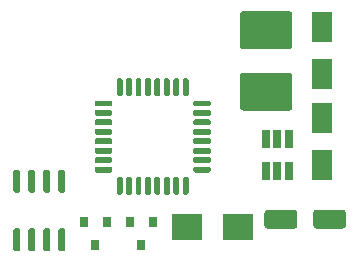
<source format=gbr>
G04 #@! TF.GenerationSoftware,KiCad,Pcbnew,5.1.6-c6e7f7d~86~ubuntu18.04.1*
G04 #@! TF.CreationDate,2020-06-11T15:17:01+02:00*
G04 #@! TF.ProjectId,sci2can,73636932-6361-46e2-9e6b-696361645f70,1.02*
G04 #@! TF.SameCoordinates,Original*
G04 #@! TF.FileFunction,Paste,Top*
G04 #@! TF.FilePolarity,Positive*
%FSLAX46Y46*%
G04 Gerber Fmt 4.6, Leading zero omitted, Abs format (unit mm)*
G04 Created by KiCad (PCBNEW 5.1.6-c6e7f7d~86~ubuntu18.04.1) date 2020-06-11 15:17:01*
%MOMM*%
%LPD*%
G01*
G04 APERTURE LIST*
%ADD10R,1.800000X2.500000*%
%ADD11R,0.800000X0.900000*%
%ADD12R,0.650000X1.560000*%
%ADD13R,2.500000X2.300000*%
G04 APERTURE END LIST*
D10*
X223400000Y-85700000D03*
X223400000Y-89700000D03*
X223400000Y-77950000D03*
X223400000Y-81950000D03*
D11*
X208150000Y-96450000D03*
X207200000Y-94450000D03*
X209100000Y-94450000D03*
G36*
G01*
X222687500Y-94800000D02*
X222687500Y-93700000D01*
G75*
G02*
X222937500Y-93450000I250000J0D01*
G01*
X225212500Y-93450000D01*
G75*
G02*
X225462500Y-93700000I0J-250000D01*
G01*
X225462500Y-94800000D01*
G75*
G02*
X225212500Y-95050000I-250000J0D01*
G01*
X222937500Y-95050000D01*
G75*
G02*
X222687500Y-94800000I0J250000D01*
G01*
G37*
G36*
G01*
X218562500Y-94800000D02*
X218562500Y-93700000D01*
G75*
G02*
X218812500Y-93450000I250000J0D01*
G01*
X221087500Y-93450000D01*
G75*
G02*
X221337500Y-93700000I0J-250000D01*
G01*
X221337500Y-94800000D01*
G75*
G02*
X221087500Y-95050000I-250000J0D01*
G01*
X218812500Y-95050000D01*
G75*
G02*
X218562500Y-94800000I0J250000D01*
G01*
G37*
G36*
G01*
X220675000Y-79850000D02*
X216725000Y-79850000D01*
G75*
G02*
X216475000Y-79600000I0J250000D01*
G01*
X216475000Y-76900000D01*
G75*
G02*
X216725000Y-76650000I250000J0D01*
G01*
X220675000Y-76650000D01*
G75*
G02*
X220925000Y-76900000I0J-250000D01*
G01*
X220925000Y-79600000D01*
G75*
G02*
X220675000Y-79850000I-250000J0D01*
G01*
G37*
G36*
G01*
X220675000Y-85050000D02*
X216725000Y-85050000D01*
G75*
G02*
X216475000Y-84800000I0J250000D01*
G01*
X216475000Y-82100000D01*
G75*
G02*
X216725000Y-81850000I250000J0D01*
G01*
X220675000Y-81850000D01*
G75*
G02*
X220925000Y-82100000I0J-250000D01*
G01*
X220925000Y-84800000D01*
G75*
G02*
X220675000Y-85050000I-250000J0D01*
G01*
G37*
D12*
X219650000Y-87450000D03*
X218700000Y-87450000D03*
X220600000Y-87450000D03*
X220600000Y-90150000D03*
X219650000Y-90150000D03*
X218700000Y-90150000D03*
D11*
X204250000Y-96450000D03*
X203300000Y-94450000D03*
X205200000Y-94450000D03*
G36*
G01*
X201255000Y-95025000D02*
X201555000Y-95025000D01*
G75*
G02*
X201705000Y-95175000I0J-150000D01*
G01*
X201705000Y-96825000D01*
G75*
G02*
X201555000Y-96975000I-150000J0D01*
G01*
X201255000Y-96975000D01*
G75*
G02*
X201105000Y-96825000I0J150000D01*
G01*
X201105000Y-95175000D01*
G75*
G02*
X201255000Y-95025000I150000J0D01*
G01*
G37*
G36*
G01*
X199985000Y-95025000D02*
X200285000Y-95025000D01*
G75*
G02*
X200435000Y-95175000I0J-150000D01*
G01*
X200435000Y-96825000D01*
G75*
G02*
X200285000Y-96975000I-150000J0D01*
G01*
X199985000Y-96975000D01*
G75*
G02*
X199835000Y-96825000I0J150000D01*
G01*
X199835000Y-95175000D01*
G75*
G02*
X199985000Y-95025000I150000J0D01*
G01*
G37*
G36*
G01*
X198715000Y-95025000D02*
X199015000Y-95025000D01*
G75*
G02*
X199165000Y-95175000I0J-150000D01*
G01*
X199165000Y-96825000D01*
G75*
G02*
X199015000Y-96975000I-150000J0D01*
G01*
X198715000Y-96975000D01*
G75*
G02*
X198565000Y-96825000I0J150000D01*
G01*
X198565000Y-95175000D01*
G75*
G02*
X198715000Y-95025000I150000J0D01*
G01*
G37*
G36*
G01*
X197445000Y-95025000D02*
X197745000Y-95025000D01*
G75*
G02*
X197895000Y-95175000I0J-150000D01*
G01*
X197895000Y-96825000D01*
G75*
G02*
X197745000Y-96975000I-150000J0D01*
G01*
X197445000Y-96975000D01*
G75*
G02*
X197295000Y-96825000I0J150000D01*
G01*
X197295000Y-95175000D01*
G75*
G02*
X197445000Y-95025000I150000J0D01*
G01*
G37*
G36*
G01*
X197445000Y-90075000D02*
X197745000Y-90075000D01*
G75*
G02*
X197895000Y-90225000I0J-150000D01*
G01*
X197895000Y-91875000D01*
G75*
G02*
X197745000Y-92025000I-150000J0D01*
G01*
X197445000Y-92025000D01*
G75*
G02*
X197295000Y-91875000I0J150000D01*
G01*
X197295000Y-90225000D01*
G75*
G02*
X197445000Y-90075000I150000J0D01*
G01*
G37*
G36*
G01*
X198715000Y-90075000D02*
X199015000Y-90075000D01*
G75*
G02*
X199165000Y-90225000I0J-150000D01*
G01*
X199165000Y-91875000D01*
G75*
G02*
X199015000Y-92025000I-150000J0D01*
G01*
X198715000Y-92025000D01*
G75*
G02*
X198565000Y-91875000I0J150000D01*
G01*
X198565000Y-90225000D01*
G75*
G02*
X198715000Y-90075000I150000J0D01*
G01*
G37*
G36*
G01*
X199985000Y-90075000D02*
X200285000Y-90075000D01*
G75*
G02*
X200435000Y-90225000I0J-150000D01*
G01*
X200435000Y-91875000D01*
G75*
G02*
X200285000Y-92025000I-150000J0D01*
G01*
X199985000Y-92025000D01*
G75*
G02*
X199835000Y-91875000I0J150000D01*
G01*
X199835000Y-90225000D01*
G75*
G02*
X199985000Y-90075000I150000J0D01*
G01*
G37*
G36*
G01*
X201255000Y-90075000D02*
X201555000Y-90075000D01*
G75*
G02*
X201705000Y-90225000I0J-150000D01*
G01*
X201705000Y-91875000D01*
G75*
G02*
X201555000Y-92025000I-150000J0D01*
G01*
X201255000Y-92025000D01*
G75*
G02*
X201105000Y-91875000I0J150000D01*
G01*
X201105000Y-90225000D01*
G75*
G02*
X201255000Y-90075000I150000J0D01*
G01*
G37*
G36*
G01*
X212650000Y-84200000D02*
X213900000Y-84200000D01*
G75*
G02*
X214025000Y-84325000I0J-125000D01*
G01*
X214025000Y-84575000D01*
G75*
G02*
X213900000Y-84700000I-125000J0D01*
G01*
X212650000Y-84700000D01*
G75*
G02*
X212525000Y-84575000I0J125000D01*
G01*
X212525000Y-84325000D01*
G75*
G02*
X212650000Y-84200000I125000J0D01*
G01*
G37*
G36*
G01*
X212650000Y-85000000D02*
X213900000Y-85000000D01*
G75*
G02*
X214025000Y-85125000I0J-125000D01*
G01*
X214025000Y-85375000D01*
G75*
G02*
X213900000Y-85500000I-125000J0D01*
G01*
X212650000Y-85500000D01*
G75*
G02*
X212525000Y-85375000I0J125000D01*
G01*
X212525000Y-85125000D01*
G75*
G02*
X212650000Y-85000000I125000J0D01*
G01*
G37*
G36*
G01*
X212650000Y-85800000D02*
X213900000Y-85800000D01*
G75*
G02*
X214025000Y-85925000I0J-125000D01*
G01*
X214025000Y-86175000D01*
G75*
G02*
X213900000Y-86300000I-125000J0D01*
G01*
X212650000Y-86300000D01*
G75*
G02*
X212525000Y-86175000I0J125000D01*
G01*
X212525000Y-85925000D01*
G75*
G02*
X212650000Y-85800000I125000J0D01*
G01*
G37*
G36*
G01*
X212650000Y-86600000D02*
X213900000Y-86600000D01*
G75*
G02*
X214025000Y-86725000I0J-125000D01*
G01*
X214025000Y-86975000D01*
G75*
G02*
X213900000Y-87100000I-125000J0D01*
G01*
X212650000Y-87100000D01*
G75*
G02*
X212525000Y-86975000I0J125000D01*
G01*
X212525000Y-86725000D01*
G75*
G02*
X212650000Y-86600000I125000J0D01*
G01*
G37*
G36*
G01*
X212650000Y-87400000D02*
X213900000Y-87400000D01*
G75*
G02*
X214025000Y-87525000I0J-125000D01*
G01*
X214025000Y-87775000D01*
G75*
G02*
X213900000Y-87900000I-125000J0D01*
G01*
X212650000Y-87900000D01*
G75*
G02*
X212525000Y-87775000I0J125000D01*
G01*
X212525000Y-87525000D01*
G75*
G02*
X212650000Y-87400000I125000J0D01*
G01*
G37*
G36*
G01*
X212650000Y-88200000D02*
X213900000Y-88200000D01*
G75*
G02*
X214025000Y-88325000I0J-125000D01*
G01*
X214025000Y-88575000D01*
G75*
G02*
X213900000Y-88700000I-125000J0D01*
G01*
X212650000Y-88700000D01*
G75*
G02*
X212525000Y-88575000I0J125000D01*
G01*
X212525000Y-88325000D01*
G75*
G02*
X212650000Y-88200000I125000J0D01*
G01*
G37*
G36*
G01*
X212650000Y-89000000D02*
X213900000Y-89000000D01*
G75*
G02*
X214025000Y-89125000I0J-125000D01*
G01*
X214025000Y-89375000D01*
G75*
G02*
X213900000Y-89500000I-125000J0D01*
G01*
X212650000Y-89500000D01*
G75*
G02*
X212525000Y-89375000I0J125000D01*
G01*
X212525000Y-89125000D01*
G75*
G02*
X212650000Y-89000000I125000J0D01*
G01*
G37*
G36*
G01*
X212650000Y-89800000D02*
X213900000Y-89800000D01*
G75*
G02*
X214025000Y-89925000I0J-125000D01*
G01*
X214025000Y-90175000D01*
G75*
G02*
X213900000Y-90300000I-125000J0D01*
G01*
X212650000Y-90300000D01*
G75*
G02*
X212525000Y-90175000I0J125000D01*
G01*
X212525000Y-89925000D01*
G75*
G02*
X212650000Y-89800000I125000J0D01*
G01*
G37*
G36*
G01*
X211775000Y-90675000D02*
X212025000Y-90675000D01*
G75*
G02*
X212150000Y-90800000I0J-125000D01*
G01*
X212150000Y-92050000D01*
G75*
G02*
X212025000Y-92175000I-125000J0D01*
G01*
X211775000Y-92175000D01*
G75*
G02*
X211650000Y-92050000I0J125000D01*
G01*
X211650000Y-90800000D01*
G75*
G02*
X211775000Y-90675000I125000J0D01*
G01*
G37*
G36*
G01*
X210975000Y-90675000D02*
X211225000Y-90675000D01*
G75*
G02*
X211350000Y-90800000I0J-125000D01*
G01*
X211350000Y-92050000D01*
G75*
G02*
X211225000Y-92175000I-125000J0D01*
G01*
X210975000Y-92175000D01*
G75*
G02*
X210850000Y-92050000I0J125000D01*
G01*
X210850000Y-90800000D01*
G75*
G02*
X210975000Y-90675000I125000J0D01*
G01*
G37*
G36*
G01*
X210175000Y-90675000D02*
X210425000Y-90675000D01*
G75*
G02*
X210550000Y-90800000I0J-125000D01*
G01*
X210550000Y-92050000D01*
G75*
G02*
X210425000Y-92175000I-125000J0D01*
G01*
X210175000Y-92175000D01*
G75*
G02*
X210050000Y-92050000I0J125000D01*
G01*
X210050000Y-90800000D01*
G75*
G02*
X210175000Y-90675000I125000J0D01*
G01*
G37*
G36*
G01*
X209375000Y-90675000D02*
X209625000Y-90675000D01*
G75*
G02*
X209750000Y-90800000I0J-125000D01*
G01*
X209750000Y-92050000D01*
G75*
G02*
X209625000Y-92175000I-125000J0D01*
G01*
X209375000Y-92175000D01*
G75*
G02*
X209250000Y-92050000I0J125000D01*
G01*
X209250000Y-90800000D01*
G75*
G02*
X209375000Y-90675000I125000J0D01*
G01*
G37*
G36*
G01*
X208575000Y-90675000D02*
X208825000Y-90675000D01*
G75*
G02*
X208950000Y-90800000I0J-125000D01*
G01*
X208950000Y-92050000D01*
G75*
G02*
X208825000Y-92175000I-125000J0D01*
G01*
X208575000Y-92175000D01*
G75*
G02*
X208450000Y-92050000I0J125000D01*
G01*
X208450000Y-90800000D01*
G75*
G02*
X208575000Y-90675000I125000J0D01*
G01*
G37*
G36*
G01*
X207775000Y-90675000D02*
X208025000Y-90675000D01*
G75*
G02*
X208150000Y-90800000I0J-125000D01*
G01*
X208150000Y-92050000D01*
G75*
G02*
X208025000Y-92175000I-125000J0D01*
G01*
X207775000Y-92175000D01*
G75*
G02*
X207650000Y-92050000I0J125000D01*
G01*
X207650000Y-90800000D01*
G75*
G02*
X207775000Y-90675000I125000J0D01*
G01*
G37*
G36*
G01*
X206975000Y-90675000D02*
X207225000Y-90675000D01*
G75*
G02*
X207350000Y-90800000I0J-125000D01*
G01*
X207350000Y-92050000D01*
G75*
G02*
X207225000Y-92175000I-125000J0D01*
G01*
X206975000Y-92175000D01*
G75*
G02*
X206850000Y-92050000I0J125000D01*
G01*
X206850000Y-90800000D01*
G75*
G02*
X206975000Y-90675000I125000J0D01*
G01*
G37*
G36*
G01*
X206175000Y-90675000D02*
X206425000Y-90675000D01*
G75*
G02*
X206550000Y-90800000I0J-125000D01*
G01*
X206550000Y-92050000D01*
G75*
G02*
X206425000Y-92175000I-125000J0D01*
G01*
X206175000Y-92175000D01*
G75*
G02*
X206050000Y-92050000I0J125000D01*
G01*
X206050000Y-90800000D01*
G75*
G02*
X206175000Y-90675000I125000J0D01*
G01*
G37*
G36*
G01*
X204300000Y-89800000D02*
X205550000Y-89800000D01*
G75*
G02*
X205675000Y-89925000I0J-125000D01*
G01*
X205675000Y-90175000D01*
G75*
G02*
X205550000Y-90300000I-125000J0D01*
G01*
X204300000Y-90300000D01*
G75*
G02*
X204175000Y-90175000I0J125000D01*
G01*
X204175000Y-89925000D01*
G75*
G02*
X204300000Y-89800000I125000J0D01*
G01*
G37*
G36*
G01*
X204300000Y-89000000D02*
X205550000Y-89000000D01*
G75*
G02*
X205675000Y-89125000I0J-125000D01*
G01*
X205675000Y-89375000D01*
G75*
G02*
X205550000Y-89500000I-125000J0D01*
G01*
X204300000Y-89500000D01*
G75*
G02*
X204175000Y-89375000I0J125000D01*
G01*
X204175000Y-89125000D01*
G75*
G02*
X204300000Y-89000000I125000J0D01*
G01*
G37*
G36*
G01*
X204300000Y-88200000D02*
X205550000Y-88200000D01*
G75*
G02*
X205675000Y-88325000I0J-125000D01*
G01*
X205675000Y-88575000D01*
G75*
G02*
X205550000Y-88700000I-125000J0D01*
G01*
X204300000Y-88700000D01*
G75*
G02*
X204175000Y-88575000I0J125000D01*
G01*
X204175000Y-88325000D01*
G75*
G02*
X204300000Y-88200000I125000J0D01*
G01*
G37*
G36*
G01*
X204300000Y-87400000D02*
X205550000Y-87400000D01*
G75*
G02*
X205675000Y-87525000I0J-125000D01*
G01*
X205675000Y-87775000D01*
G75*
G02*
X205550000Y-87900000I-125000J0D01*
G01*
X204300000Y-87900000D01*
G75*
G02*
X204175000Y-87775000I0J125000D01*
G01*
X204175000Y-87525000D01*
G75*
G02*
X204300000Y-87400000I125000J0D01*
G01*
G37*
G36*
G01*
X204300000Y-86600000D02*
X205550000Y-86600000D01*
G75*
G02*
X205675000Y-86725000I0J-125000D01*
G01*
X205675000Y-86975000D01*
G75*
G02*
X205550000Y-87100000I-125000J0D01*
G01*
X204300000Y-87100000D01*
G75*
G02*
X204175000Y-86975000I0J125000D01*
G01*
X204175000Y-86725000D01*
G75*
G02*
X204300000Y-86600000I125000J0D01*
G01*
G37*
G36*
G01*
X204300000Y-85800000D02*
X205550000Y-85800000D01*
G75*
G02*
X205675000Y-85925000I0J-125000D01*
G01*
X205675000Y-86175000D01*
G75*
G02*
X205550000Y-86300000I-125000J0D01*
G01*
X204300000Y-86300000D01*
G75*
G02*
X204175000Y-86175000I0J125000D01*
G01*
X204175000Y-85925000D01*
G75*
G02*
X204300000Y-85800000I125000J0D01*
G01*
G37*
G36*
G01*
X204300000Y-85000000D02*
X205550000Y-85000000D01*
G75*
G02*
X205675000Y-85125000I0J-125000D01*
G01*
X205675000Y-85375000D01*
G75*
G02*
X205550000Y-85500000I-125000J0D01*
G01*
X204300000Y-85500000D01*
G75*
G02*
X204175000Y-85375000I0J125000D01*
G01*
X204175000Y-85125000D01*
G75*
G02*
X204300000Y-85000000I125000J0D01*
G01*
G37*
G36*
G01*
X204300000Y-84200000D02*
X205550000Y-84200000D01*
G75*
G02*
X205675000Y-84325000I0J-125000D01*
G01*
X205675000Y-84575000D01*
G75*
G02*
X205550000Y-84700000I-125000J0D01*
G01*
X204300000Y-84700000D01*
G75*
G02*
X204175000Y-84575000I0J125000D01*
G01*
X204175000Y-84325000D01*
G75*
G02*
X204300000Y-84200000I125000J0D01*
G01*
G37*
G36*
G01*
X206175000Y-82325000D02*
X206425000Y-82325000D01*
G75*
G02*
X206550000Y-82450000I0J-125000D01*
G01*
X206550000Y-83700000D01*
G75*
G02*
X206425000Y-83825000I-125000J0D01*
G01*
X206175000Y-83825000D01*
G75*
G02*
X206050000Y-83700000I0J125000D01*
G01*
X206050000Y-82450000D01*
G75*
G02*
X206175000Y-82325000I125000J0D01*
G01*
G37*
G36*
G01*
X206975000Y-82325000D02*
X207225000Y-82325000D01*
G75*
G02*
X207350000Y-82450000I0J-125000D01*
G01*
X207350000Y-83700000D01*
G75*
G02*
X207225000Y-83825000I-125000J0D01*
G01*
X206975000Y-83825000D01*
G75*
G02*
X206850000Y-83700000I0J125000D01*
G01*
X206850000Y-82450000D01*
G75*
G02*
X206975000Y-82325000I125000J0D01*
G01*
G37*
G36*
G01*
X207775000Y-82325000D02*
X208025000Y-82325000D01*
G75*
G02*
X208150000Y-82450000I0J-125000D01*
G01*
X208150000Y-83700000D01*
G75*
G02*
X208025000Y-83825000I-125000J0D01*
G01*
X207775000Y-83825000D01*
G75*
G02*
X207650000Y-83700000I0J125000D01*
G01*
X207650000Y-82450000D01*
G75*
G02*
X207775000Y-82325000I125000J0D01*
G01*
G37*
G36*
G01*
X208575000Y-82325000D02*
X208825000Y-82325000D01*
G75*
G02*
X208950000Y-82450000I0J-125000D01*
G01*
X208950000Y-83700000D01*
G75*
G02*
X208825000Y-83825000I-125000J0D01*
G01*
X208575000Y-83825000D01*
G75*
G02*
X208450000Y-83700000I0J125000D01*
G01*
X208450000Y-82450000D01*
G75*
G02*
X208575000Y-82325000I125000J0D01*
G01*
G37*
G36*
G01*
X209375000Y-82325000D02*
X209625000Y-82325000D01*
G75*
G02*
X209750000Y-82450000I0J-125000D01*
G01*
X209750000Y-83700000D01*
G75*
G02*
X209625000Y-83825000I-125000J0D01*
G01*
X209375000Y-83825000D01*
G75*
G02*
X209250000Y-83700000I0J125000D01*
G01*
X209250000Y-82450000D01*
G75*
G02*
X209375000Y-82325000I125000J0D01*
G01*
G37*
G36*
G01*
X210175000Y-82325000D02*
X210425000Y-82325000D01*
G75*
G02*
X210550000Y-82450000I0J-125000D01*
G01*
X210550000Y-83700000D01*
G75*
G02*
X210425000Y-83825000I-125000J0D01*
G01*
X210175000Y-83825000D01*
G75*
G02*
X210050000Y-83700000I0J125000D01*
G01*
X210050000Y-82450000D01*
G75*
G02*
X210175000Y-82325000I125000J0D01*
G01*
G37*
G36*
G01*
X210975000Y-82325000D02*
X211225000Y-82325000D01*
G75*
G02*
X211350000Y-82450000I0J-125000D01*
G01*
X211350000Y-83700000D01*
G75*
G02*
X211225000Y-83825000I-125000J0D01*
G01*
X210975000Y-83825000D01*
G75*
G02*
X210850000Y-83700000I0J125000D01*
G01*
X210850000Y-82450000D01*
G75*
G02*
X210975000Y-82325000I125000J0D01*
G01*
G37*
G36*
G01*
X211775000Y-82325000D02*
X212025000Y-82325000D01*
G75*
G02*
X212150000Y-82450000I0J-125000D01*
G01*
X212150000Y-83700000D01*
G75*
G02*
X212025000Y-83825000I-125000J0D01*
G01*
X211775000Y-83825000D01*
G75*
G02*
X211650000Y-83700000I0J125000D01*
G01*
X211650000Y-82450000D01*
G75*
G02*
X211775000Y-82325000I125000J0D01*
G01*
G37*
D13*
X216300000Y-94950000D03*
X212000000Y-94950000D03*
M02*

</source>
